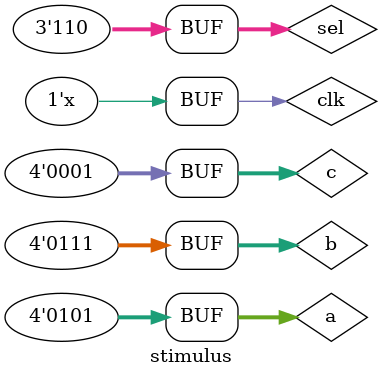
<source format=v>
`timescale 1ns/1ns
module stimulus;
  
reg clk;
reg [3:0] a, b, c;
reg [2:0] sel;
wire[4:0] result;

ALU alu(clk, a, b, c, sel, result);

initial clk = 1'b0;
always #5 clk = ~clk;

initial
begin

 a = 4'b0101;
 b = 4'b0111;
 c = 4'b0001;

 #5
 sel = 3'b000;
 
 #10
 sel = 3'b111;

 #10
 sel = 3'b100;

 #10
 sel = 3'b101;

 #10
 sel = 3'b011;

 #10
 sel = 3'b010;

 #10
 sel = 3'b001;

 #10
 sel = 3'b110;
 
end

endmodule

</source>
